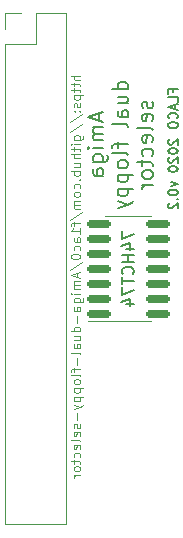
<source format=gbo>
G04 #@! TF.GenerationSoftware,KiCad,Pcbnew,6.0.8-f2edbf62ab~116~ubuntu22.04.1*
G04 #@! TF.CreationDate,2022-10-12T19:37:44+02:00*
G04 #@! TF.ProjectId,Amiga dual floppy selector,416d6967-6120-4647-9561-6c20666c6f70,0.2*
G04 #@! TF.SameCoordinates,Original*
G04 #@! TF.FileFunction,Legend,Bot*
G04 #@! TF.FilePolarity,Positive*
%FSLAX46Y46*%
G04 Gerber Fmt 4.6, Leading zero omitted, Abs format (unit mm)*
G04 Created by KiCad (PCBNEW 6.0.8-f2edbf62ab~116~ubuntu22.04.1) date 2022-10-12 19:37:44*
%MOMM*%
%LPD*%
G01*
G04 APERTURE LIST*
G04 Aperture macros list*
%AMRoundRect*
0 Rectangle with rounded corners*
0 $1 Rounding radius*
0 $2 $3 $4 $5 $6 $7 $8 $9 X,Y pos of 4 corners*
0 Add a 4 corners polygon primitive as box body*
4,1,4,$2,$3,$4,$5,$6,$7,$8,$9,$2,$3,0*
0 Add four circle primitives for the rounded corners*
1,1,$1+$1,$2,$3*
1,1,$1+$1,$4,$5*
1,1,$1+$1,$6,$7*
1,1,$1+$1,$8,$9*
0 Add four rect primitives between the rounded corners*
20,1,$1+$1,$2,$3,$4,$5,0*
20,1,$1+$1,$4,$5,$6,$7,0*
20,1,$1+$1,$6,$7,$8,$9,0*
20,1,$1+$1,$8,$9,$2,$3,0*%
G04 Aperture macros list end*
%ADD10C,0.150000*%
%ADD11C,0.120000*%
%ADD12C,0.010000*%
%ADD13R,1.700000X1.700000*%
%ADD14O,1.700000X1.700000*%
%ADD15R,1.900000X1.900000*%
%ADD16C,1.900000*%
%ADD17RoundRect,0.150000X-0.825000X-0.150000X0.825000X-0.150000X0.825000X0.150000X-0.825000X0.150000X0*%
G04 APERTURE END LIST*
D10*
X126942857Y-73978095D02*
X126942857Y-73711428D01*
X127361904Y-73711428D02*
X126561904Y-73711428D01*
X126561904Y-74092380D01*
X127361904Y-74778095D02*
X127361904Y-74397142D01*
X126561904Y-74397142D01*
X127133333Y-75006666D02*
X127133333Y-75387619D01*
X127361904Y-74930476D02*
X126561904Y-75197142D01*
X127361904Y-75463809D01*
X127285714Y-76187619D02*
X127323809Y-76149523D01*
X127361904Y-76035238D01*
X127361904Y-75959047D01*
X127323809Y-75844761D01*
X127247619Y-75768571D01*
X127171428Y-75730476D01*
X127019047Y-75692380D01*
X126904761Y-75692380D01*
X126752380Y-75730476D01*
X126676190Y-75768571D01*
X126600000Y-75844761D01*
X126561904Y-75959047D01*
X126561904Y-76035238D01*
X126600000Y-76149523D01*
X126638095Y-76187619D01*
X126561904Y-76682857D02*
X126561904Y-76835238D01*
X126600000Y-76911428D01*
X126676190Y-76987619D01*
X126828571Y-77025714D01*
X127095238Y-77025714D01*
X127247619Y-76987619D01*
X127323809Y-76911428D01*
X127361904Y-76835238D01*
X127361904Y-76682857D01*
X127323809Y-76606666D01*
X127247619Y-76530476D01*
X127095238Y-76492380D01*
X126828571Y-76492380D01*
X126676190Y-76530476D01*
X126600000Y-76606666D01*
X126561904Y-76682857D01*
X126638095Y-77939999D02*
X126600000Y-77978095D01*
X126561904Y-78054285D01*
X126561904Y-78244761D01*
X126600000Y-78320952D01*
X126638095Y-78359047D01*
X126714285Y-78397142D01*
X126790476Y-78397142D01*
X126904761Y-78359047D01*
X127361904Y-77901904D01*
X127361904Y-78397142D01*
X126561904Y-78892380D02*
X126561904Y-78968571D01*
X126600000Y-79044761D01*
X126638095Y-79082857D01*
X126714285Y-79120952D01*
X126866666Y-79159047D01*
X127057142Y-79159047D01*
X127209523Y-79120952D01*
X127285714Y-79082857D01*
X127323809Y-79044761D01*
X127361904Y-78968571D01*
X127361904Y-78892380D01*
X127323809Y-78816190D01*
X127285714Y-78778095D01*
X127209523Y-78739999D01*
X127057142Y-78701904D01*
X126866666Y-78701904D01*
X126714285Y-78739999D01*
X126638095Y-78778095D01*
X126600000Y-78816190D01*
X126561904Y-78892380D01*
X126638095Y-79463809D02*
X126600000Y-79501904D01*
X126561904Y-79578095D01*
X126561904Y-79768571D01*
X126600000Y-79844761D01*
X126638095Y-79882857D01*
X126714285Y-79920952D01*
X126790476Y-79920952D01*
X126904761Y-79882857D01*
X127361904Y-79425714D01*
X127361904Y-79920952D01*
X126561904Y-80416190D02*
X126561904Y-80492380D01*
X126600000Y-80568571D01*
X126638095Y-80606666D01*
X126714285Y-80644761D01*
X126866666Y-80682857D01*
X127057142Y-80682857D01*
X127209523Y-80644761D01*
X127285714Y-80606666D01*
X127323809Y-80568571D01*
X127361904Y-80492380D01*
X127361904Y-80416190D01*
X127323809Y-80339999D01*
X127285714Y-80301904D01*
X127209523Y-80263809D01*
X127057142Y-80225714D01*
X126866666Y-80225714D01*
X126714285Y-80263809D01*
X126638095Y-80301904D01*
X126600000Y-80339999D01*
X126561904Y-80416190D01*
X126828571Y-81559047D02*
X127361904Y-81749523D01*
X126828571Y-81939999D01*
X126561904Y-82397142D02*
X126561904Y-82473333D01*
X126600000Y-82549523D01*
X126638095Y-82587619D01*
X126714285Y-82625714D01*
X126866666Y-82663809D01*
X127057142Y-82663809D01*
X127209523Y-82625714D01*
X127285714Y-82587619D01*
X127323809Y-82549523D01*
X127361904Y-82473333D01*
X127361904Y-82397142D01*
X127323809Y-82320952D01*
X127285714Y-82282857D01*
X127209523Y-82244761D01*
X127057142Y-82206666D01*
X126866666Y-82206666D01*
X126714285Y-82244761D01*
X126638095Y-82282857D01*
X126600000Y-82320952D01*
X126561904Y-82397142D01*
X127285714Y-83006666D02*
X127323809Y-83044761D01*
X127361904Y-83006666D01*
X127323809Y-82968571D01*
X127285714Y-83006666D01*
X127361904Y-83006666D01*
X126638095Y-83349523D02*
X126600000Y-83387619D01*
X126561904Y-83463809D01*
X126561904Y-83654285D01*
X126600000Y-83730476D01*
X126638095Y-83768571D01*
X126714285Y-83806666D01*
X126790476Y-83806666D01*
X126904761Y-83768571D01*
X127361904Y-83311428D01*
X127361904Y-83806666D01*
X122642380Y-85733333D02*
X122642380Y-86400000D01*
X123642380Y-85971428D01*
X122975714Y-87209523D02*
X123642380Y-87209523D01*
X122594761Y-86971428D02*
X123309047Y-86733333D01*
X123309047Y-87352380D01*
X123642380Y-87733333D02*
X122642380Y-87733333D01*
X123118571Y-87733333D02*
X123118571Y-88304761D01*
X123642380Y-88304761D02*
X122642380Y-88304761D01*
X123547142Y-89352380D02*
X123594761Y-89304761D01*
X123642380Y-89161904D01*
X123642380Y-89066666D01*
X123594761Y-88923809D01*
X123499523Y-88828571D01*
X123404285Y-88780952D01*
X123213809Y-88733333D01*
X123070952Y-88733333D01*
X122880476Y-88780952D01*
X122785238Y-88828571D01*
X122690000Y-88923809D01*
X122642380Y-89066666D01*
X122642380Y-89161904D01*
X122690000Y-89304761D01*
X122737619Y-89352380D01*
X122642380Y-89638095D02*
X122642380Y-90209523D01*
X123642380Y-89923809D02*
X122642380Y-89923809D01*
X122642380Y-90447619D02*
X122642380Y-91114285D01*
X123642380Y-90685714D01*
X122975714Y-91923809D02*
X123642380Y-91923809D01*
X122594761Y-91685714D02*
X123309047Y-91447619D01*
X123309047Y-92066666D01*
D11*
X119106904Y-72563571D02*
X118306904Y-72563571D01*
X119106904Y-72906428D02*
X118687857Y-72906428D01*
X118611666Y-72868333D01*
X118573571Y-72792142D01*
X118573571Y-72677857D01*
X118611666Y-72601666D01*
X118649761Y-72563571D01*
X118573571Y-73173095D02*
X118573571Y-73477857D01*
X118306904Y-73287380D02*
X118992619Y-73287380D01*
X119068809Y-73325476D01*
X119106904Y-73401666D01*
X119106904Y-73477857D01*
X118573571Y-73630238D02*
X118573571Y-73935000D01*
X118306904Y-73744523D02*
X118992619Y-73744523D01*
X119068809Y-73782619D01*
X119106904Y-73858809D01*
X119106904Y-73935000D01*
X118573571Y-74201666D02*
X119373571Y-74201666D01*
X118611666Y-74201666D02*
X118573571Y-74277857D01*
X118573571Y-74430238D01*
X118611666Y-74506428D01*
X118649761Y-74544523D01*
X118725952Y-74582619D01*
X118954523Y-74582619D01*
X119030714Y-74544523D01*
X119068809Y-74506428D01*
X119106904Y-74430238D01*
X119106904Y-74277857D01*
X119068809Y-74201666D01*
X119068809Y-74887380D02*
X119106904Y-74963571D01*
X119106904Y-75115952D01*
X119068809Y-75192142D01*
X118992619Y-75230238D01*
X118954523Y-75230238D01*
X118878333Y-75192142D01*
X118840238Y-75115952D01*
X118840238Y-75001666D01*
X118802142Y-74925476D01*
X118725952Y-74887380D01*
X118687857Y-74887380D01*
X118611666Y-74925476D01*
X118573571Y-75001666D01*
X118573571Y-75115952D01*
X118611666Y-75192142D01*
X119030714Y-75573095D02*
X119068809Y-75611190D01*
X119106904Y-75573095D01*
X119068809Y-75535000D01*
X119030714Y-75573095D01*
X119106904Y-75573095D01*
X118611666Y-75573095D02*
X118649761Y-75611190D01*
X118687857Y-75573095D01*
X118649761Y-75535000D01*
X118611666Y-75573095D01*
X118687857Y-75573095D01*
X118268809Y-76525476D02*
X119297380Y-75839761D01*
X118268809Y-77363571D02*
X119297380Y-76677857D01*
X118573571Y-77973095D02*
X119221190Y-77973095D01*
X119297380Y-77935000D01*
X119335476Y-77896904D01*
X119373571Y-77820714D01*
X119373571Y-77706428D01*
X119335476Y-77630238D01*
X119068809Y-77973095D02*
X119106904Y-77896904D01*
X119106904Y-77744523D01*
X119068809Y-77668333D01*
X119030714Y-77630238D01*
X118954523Y-77592142D01*
X118725952Y-77592142D01*
X118649761Y-77630238D01*
X118611666Y-77668333D01*
X118573571Y-77744523D01*
X118573571Y-77896904D01*
X118611666Y-77973095D01*
X119106904Y-78354047D02*
X118573571Y-78354047D01*
X118306904Y-78354047D02*
X118345000Y-78315952D01*
X118383095Y-78354047D01*
X118345000Y-78392142D01*
X118306904Y-78354047D01*
X118383095Y-78354047D01*
X118573571Y-78620714D02*
X118573571Y-78925476D01*
X118306904Y-78735000D02*
X118992619Y-78735000D01*
X119068809Y-78773095D01*
X119106904Y-78849285D01*
X119106904Y-78925476D01*
X119106904Y-79192142D02*
X118306904Y-79192142D01*
X119106904Y-79535000D02*
X118687857Y-79535000D01*
X118611666Y-79496904D01*
X118573571Y-79420714D01*
X118573571Y-79306428D01*
X118611666Y-79230238D01*
X118649761Y-79192142D01*
X118573571Y-80258809D02*
X119106904Y-80258809D01*
X118573571Y-79915952D02*
X118992619Y-79915952D01*
X119068809Y-79954047D01*
X119106904Y-80030238D01*
X119106904Y-80144523D01*
X119068809Y-80220714D01*
X119030714Y-80258809D01*
X119106904Y-80639761D02*
X118306904Y-80639761D01*
X118611666Y-80639761D02*
X118573571Y-80715952D01*
X118573571Y-80868333D01*
X118611666Y-80944523D01*
X118649761Y-80982619D01*
X118725952Y-81020714D01*
X118954523Y-81020714D01*
X119030714Y-80982619D01*
X119068809Y-80944523D01*
X119106904Y-80868333D01*
X119106904Y-80715952D01*
X119068809Y-80639761D01*
X119030714Y-81363571D02*
X119068809Y-81401666D01*
X119106904Y-81363571D01*
X119068809Y-81325476D01*
X119030714Y-81363571D01*
X119106904Y-81363571D01*
X119068809Y-82087380D02*
X119106904Y-82011190D01*
X119106904Y-81858809D01*
X119068809Y-81782619D01*
X119030714Y-81744523D01*
X118954523Y-81706428D01*
X118725952Y-81706428D01*
X118649761Y-81744523D01*
X118611666Y-81782619D01*
X118573571Y-81858809D01*
X118573571Y-82011190D01*
X118611666Y-82087380D01*
X119106904Y-82544523D02*
X119068809Y-82468333D01*
X119030714Y-82430238D01*
X118954523Y-82392142D01*
X118725952Y-82392142D01*
X118649761Y-82430238D01*
X118611666Y-82468333D01*
X118573571Y-82544523D01*
X118573571Y-82658809D01*
X118611666Y-82735000D01*
X118649761Y-82773095D01*
X118725952Y-82811190D01*
X118954523Y-82811190D01*
X119030714Y-82773095D01*
X119068809Y-82735000D01*
X119106904Y-82658809D01*
X119106904Y-82544523D01*
X119106904Y-83154047D02*
X118573571Y-83154047D01*
X118649761Y-83154047D02*
X118611666Y-83192142D01*
X118573571Y-83268333D01*
X118573571Y-83382619D01*
X118611666Y-83458809D01*
X118687857Y-83496904D01*
X119106904Y-83496904D01*
X118687857Y-83496904D02*
X118611666Y-83535000D01*
X118573571Y-83611190D01*
X118573571Y-83725476D01*
X118611666Y-83801666D01*
X118687857Y-83839761D01*
X119106904Y-83839761D01*
X118268809Y-84792142D02*
X119297380Y-84106428D01*
X118573571Y-84944523D02*
X118573571Y-85249285D01*
X119106904Y-85058809D02*
X118421190Y-85058809D01*
X118345000Y-85096904D01*
X118306904Y-85173095D01*
X118306904Y-85249285D01*
X119106904Y-85935000D02*
X119106904Y-85477857D01*
X119106904Y-85706428D02*
X118306904Y-85706428D01*
X118421190Y-85630238D01*
X118497380Y-85554047D01*
X118535476Y-85477857D01*
X119106904Y-86620714D02*
X118687857Y-86620714D01*
X118611666Y-86582619D01*
X118573571Y-86506428D01*
X118573571Y-86354047D01*
X118611666Y-86277857D01*
X119068809Y-86620714D02*
X119106904Y-86544523D01*
X119106904Y-86354047D01*
X119068809Y-86277857D01*
X118992619Y-86239761D01*
X118916428Y-86239761D01*
X118840238Y-86277857D01*
X118802142Y-86354047D01*
X118802142Y-86544523D01*
X118764047Y-86620714D01*
X119068809Y-87344523D02*
X119106904Y-87268333D01*
X119106904Y-87115952D01*
X119068809Y-87039761D01*
X119030714Y-87001666D01*
X118954523Y-86963571D01*
X118725952Y-86963571D01*
X118649761Y-87001666D01*
X118611666Y-87039761D01*
X118573571Y-87115952D01*
X118573571Y-87268333D01*
X118611666Y-87344523D01*
X118306904Y-87839761D02*
X118306904Y-87915952D01*
X118345000Y-87992142D01*
X118383095Y-88030238D01*
X118459285Y-88068333D01*
X118611666Y-88106428D01*
X118802142Y-88106428D01*
X118954523Y-88068333D01*
X119030714Y-88030238D01*
X119068809Y-87992142D01*
X119106904Y-87915952D01*
X119106904Y-87839761D01*
X119068809Y-87763571D01*
X119030714Y-87725476D01*
X118954523Y-87687380D01*
X118802142Y-87649285D01*
X118611666Y-87649285D01*
X118459285Y-87687380D01*
X118383095Y-87725476D01*
X118345000Y-87763571D01*
X118306904Y-87839761D01*
X118268809Y-89020714D02*
X119297380Y-88335000D01*
X118878333Y-89249285D02*
X118878333Y-89630238D01*
X119106904Y-89173095D02*
X118306904Y-89439761D01*
X119106904Y-89706428D01*
X119106904Y-89973095D02*
X118573571Y-89973095D01*
X118649761Y-89973095D02*
X118611666Y-90011190D01*
X118573571Y-90087380D01*
X118573571Y-90201666D01*
X118611666Y-90277857D01*
X118687857Y-90315952D01*
X119106904Y-90315952D01*
X118687857Y-90315952D02*
X118611666Y-90354047D01*
X118573571Y-90430238D01*
X118573571Y-90544523D01*
X118611666Y-90620714D01*
X118687857Y-90658809D01*
X119106904Y-90658809D01*
X119106904Y-91039761D02*
X118573571Y-91039761D01*
X118306904Y-91039761D02*
X118345000Y-91001666D01*
X118383095Y-91039761D01*
X118345000Y-91077857D01*
X118306904Y-91039761D01*
X118383095Y-91039761D01*
X118573571Y-91763571D02*
X119221190Y-91763571D01*
X119297380Y-91725476D01*
X119335476Y-91687380D01*
X119373571Y-91611190D01*
X119373571Y-91496904D01*
X119335476Y-91420714D01*
X119068809Y-91763571D02*
X119106904Y-91687380D01*
X119106904Y-91535000D01*
X119068809Y-91458809D01*
X119030714Y-91420714D01*
X118954523Y-91382619D01*
X118725952Y-91382619D01*
X118649761Y-91420714D01*
X118611666Y-91458809D01*
X118573571Y-91535000D01*
X118573571Y-91687380D01*
X118611666Y-91763571D01*
X119106904Y-92487380D02*
X118687857Y-92487380D01*
X118611666Y-92449285D01*
X118573571Y-92373095D01*
X118573571Y-92220714D01*
X118611666Y-92144523D01*
X119068809Y-92487380D02*
X119106904Y-92411190D01*
X119106904Y-92220714D01*
X119068809Y-92144523D01*
X118992619Y-92106428D01*
X118916428Y-92106428D01*
X118840238Y-92144523D01*
X118802142Y-92220714D01*
X118802142Y-92411190D01*
X118764047Y-92487380D01*
X118802142Y-92868333D02*
X118802142Y-93477857D01*
X119106904Y-94201666D02*
X118306904Y-94201666D01*
X119068809Y-94201666D02*
X119106904Y-94125476D01*
X119106904Y-93973095D01*
X119068809Y-93896904D01*
X119030714Y-93858809D01*
X118954523Y-93820714D01*
X118725952Y-93820714D01*
X118649761Y-93858809D01*
X118611666Y-93896904D01*
X118573571Y-93973095D01*
X118573571Y-94125476D01*
X118611666Y-94201666D01*
X118573571Y-94925476D02*
X119106904Y-94925476D01*
X118573571Y-94582619D02*
X118992619Y-94582619D01*
X119068809Y-94620714D01*
X119106904Y-94696904D01*
X119106904Y-94811190D01*
X119068809Y-94887380D01*
X119030714Y-94925476D01*
X119106904Y-95649285D02*
X118687857Y-95649285D01*
X118611666Y-95611190D01*
X118573571Y-95535000D01*
X118573571Y-95382619D01*
X118611666Y-95306428D01*
X119068809Y-95649285D02*
X119106904Y-95573095D01*
X119106904Y-95382619D01*
X119068809Y-95306428D01*
X118992619Y-95268333D01*
X118916428Y-95268333D01*
X118840238Y-95306428D01*
X118802142Y-95382619D01*
X118802142Y-95573095D01*
X118764047Y-95649285D01*
X119106904Y-96144523D02*
X119068809Y-96068333D01*
X118992619Y-96030238D01*
X118306904Y-96030238D01*
X118802142Y-96449285D02*
X118802142Y-97058809D01*
X118573571Y-97325476D02*
X118573571Y-97630238D01*
X119106904Y-97439761D02*
X118421190Y-97439761D01*
X118345000Y-97477857D01*
X118306904Y-97554047D01*
X118306904Y-97630238D01*
X119106904Y-98011190D02*
X119068809Y-97935000D01*
X118992619Y-97896904D01*
X118306904Y-97896904D01*
X119106904Y-98430238D02*
X119068809Y-98354047D01*
X119030714Y-98315952D01*
X118954523Y-98277857D01*
X118725952Y-98277857D01*
X118649761Y-98315952D01*
X118611666Y-98354047D01*
X118573571Y-98430238D01*
X118573571Y-98544523D01*
X118611666Y-98620714D01*
X118649761Y-98658809D01*
X118725952Y-98696904D01*
X118954523Y-98696904D01*
X119030714Y-98658809D01*
X119068809Y-98620714D01*
X119106904Y-98544523D01*
X119106904Y-98430238D01*
X118573571Y-99039761D02*
X119373571Y-99039761D01*
X118611666Y-99039761D02*
X118573571Y-99115952D01*
X118573571Y-99268333D01*
X118611666Y-99344523D01*
X118649761Y-99382619D01*
X118725952Y-99420714D01*
X118954523Y-99420714D01*
X119030714Y-99382619D01*
X119068809Y-99344523D01*
X119106904Y-99268333D01*
X119106904Y-99115952D01*
X119068809Y-99039761D01*
X118573571Y-99763571D02*
X119373571Y-99763571D01*
X118611666Y-99763571D02*
X118573571Y-99839761D01*
X118573571Y-99992142D01*
X118611666Y-100068333D01*
X118649761Y-100106428D01*
X118725952Y-100144523D01*
X118954523Y-100144523D01*
X119030714Y-100106428D01*
X119068809Y-100068333D01*
X119106904Y-99992142D01*
X119106904Y-99839761D01*
X119068809Y-99763571D01*
X118573571Y-100411190D02*
X119106904Y-100601666D01*
X118573571Y-100792142D02*
X119106904Y-100601666D01*
X119297380Y-100525476D01*
X119335476Y-100487380D01*
X119373571Y-100411190D01*
X118802142Y-101096904D02*
X118802142Y-101706428D01*
X119068809Y-102049285D02*
X119106904Y-102125476D01*
X119106904Y-102277857D01*
X119068809Y-102354047D01*
X118992619Y-102392142D01*
X118954523Y-102392142D01*
X118878333Y-102354047D01*
X118840238Y-102277857D01*
X118840238Y-102163571D01*
X118802142Y-102087380D01*
X118725952Y-102049285D01*
X118687857Y-102049285D01*
X118611666Y-102087380D01*
X118573571Y-102163571D01*
X118573571Y-102277857D01*
X118611666Y-102354047D01*
X119068809Y-103039761D02*
X119106904Y-102963571D01*
X119106904Y-102811190D01*
X119068809Y-102735000D01*
X118992619Y-102696904D01*
X118687857Y-102696904D01*
X118611666Y-102735000D01*
X118573571Y-102811190D01*
X118573571Y-102963571D01*
X118611666Y-103039761D01*
X118687857Y-103077857D01*
X118764047Y-103077857D01*
X118840238Y-102696904D01*
X119106904Y-103535000D02*
X119068809Y-103458809D01*
X118992619Y-103420714D01*
X118306904Y-103420714D01*
X119068809Y-104144523D02*
X119106904Y-104068333D01*
X119106904Y-103915952D01*
X119068809Y-103839761D01*
X118992619Y-103801666D01*
X118687857Y-103801666D01*
X118611666Y-103839761D01*
X118573571Y-103915952D01*
X118573571Y-104068333D01*
X118611666Y-104144523D01*
X118687857Y-104182619D01*
X118764047Y-104182619D01*
X118840238Y-103801666D01*
X119068809Y-104868333D02*
X119106904Y-104792142D01*
X119106904Y-104639761D01*
X119068809Y-104563571D01*
X119030714Y-104525476D01*
X118954523Y-104487380D01*
X118725952Y-104487380D01*
X118649761Y-104525476D01*
X118611666Y-104563571D01*
X118573571Y-104639761D01*
X118573571Y-104792142D01*
X118611666Y-104868333D01*
X118573571Y-105096904D02*
X118573571Y-105401666D01*
X118306904Y-105211190D02*
X118992619Y-105211190D01*
X119068809Y-105249285D01*
X119106904Y-105325476D01*
X119106904Y-105401666D01*
X119106904Y-105782619D02*
X119068809Y-105706428D01*
X119030714Y-105668333D01*
X118954523Y-105630238D01*
X118725952Y-105630238D01*
X118649761Y-105668333D01*
X118611666Y-105706428D01*
X118573571Y-105782619D01*
X118573571Y-105896904D01*
X118611666Y-105973095D01*
X118649761Y-106011190D01*
X118725952Y-106049285D01*
X118954523Y-106049285D01*
X119030714Y-106011190D01*
X119068809Y-105973095D01*
X119106904Y-105896904D01*
X119106904Y-105782619D01*
X119106904Y-106392142D02*
X118573571Y-106392142D01*
X118725952Y-106392142D02*
X118649761Y-106430238D01*
X118611666Y-106468333D01*
X118573571Y-106544523D01*
X118573571Y-106620714D01*
D10*
X120678666Y-75760595D02*
X120678666Y-76379642D01*
X121050095Y-75636785D02*
X119750095Y-76070119D01*
X121050095Y-76503452D01*
X121050095Y-76936785D02*
X120183428Y-76936785D01*
X120307238Y-76936785D02*
X120245333Y-76998690D01*
X120183428Y-77122500D01*
X120183428Y-77308214D01*
X120245333Y-77432023D01*
X120369142Y-77493928D01*
X121050095Y-77493928D01*
X120369142Y-77493928D02*
X120245333Y-77555833D01*
X120183428Y-77679642D01*
X120183428Y-77865357D01*
X120245333Y-77989166D01*
X120369142Y-78051071D01*
X121050095Y-78051071D01*
X121050095Y-78670119D02*
X120183428Y-78670119D01*
X119750095Y-78670119D02*
X119812000Y-78608214D01*
X119873904Y-78670119D01*
X119812000Y-78732023D01*
X119750095Y-78670119D01*
X119873904Y-78670119D01*
X120183428Y-79846309D02*
X121235809Y-79846309D01*
X121359619Y-79784404D01*
X121421523Y-79722500D01*
X121483428Y-79598690D01*
X121483428Y-79412976D01*
X121421523Y-79289166D01*
X120988190Y-79846309D02*
X121050095Y-79722500D01*
X121050095Y-79474880D01*
X120988190Y-79351071D01*
X120926285Y-79289166D01*
X120802476Y-79227261D01*
X120431047Y-79227261D01*
X120307238Y-79289166D01*
X120245333Y-79351071D01*
X120183428Y-79474880D01*
X120183428Y-79722500D01*
X120245333Y-79846309D01*
X121050095Y-81022500D02*
X120369142Y-81022500D01*
X120245333Y-80960595D01*
X120183428Y-80836785D01*
X120183428Y-80589166D01*
X120245333Y-80465357D01*
X120988190Y-81022500D02*
X121050095Y-80898690D01*
X121050095Y-80589166D01*
X120988190Y-80465357D01*
X120864380Y-80403452D01*
X120740571Y-80403452D01*
X120616761Y-80465357D01*
X120554857Y-80589166D01*
X120554857Y-80898690D01*
X120492952Y-81022500D01*
X123143095Y-73717738D02*
X121843095Y-73717738D01*
X123081190Y-73717738D02*
X123143095Y-73593928D01*
X123143095Y-73346309D01*
X123081190Y-73222500D01*
X123019285Y-73160595D01*
X122895476Y-73098690D01*
X122524047Y-73098690D01*
X122400238Y-73160595D01*
X122338333Y-73222500D01*
X122276428Y-73346309D01*
X122276428Y-73593928D01*
X122338333Y-73717738D01*
X122276428Y-74893928D02*
X123143095Y-74893928D01*
X122276428Y-74336785D02*
X122957380Y-74336785D01*
X123081190Y-74398690D01*
X123143095Y-74522500D01*
X123143095Y-74708214D01*
X123081190Y-74832023D01*
X123019285Y-74893928D01*
X123143095Y-76070119D02*
X122462142Y-76070119D01*
X122338333Y-76008214D01*
X122276428Y-75884404D01*
X122276428Y-75636785D01*
X122338333Y-75512976D01*
X123081190Y-76070119D02*
X123143095Y-75946309D01*
X123143095Y-75636785D01*
X123081190Y-75512976D01*
X122957380Y-75451071D01*
X122833571Y-75451071D01*
X122709761Y-75512976D01*
X122647857Y-75636785D01*
X122647857Y-75946309D01*
X122585952Y-76070119D01*
X123143095Y-76874880D02*
X123081190Y-76751071D01*
X122957380Y-76689166D01*
X121843095Y-76689166D01*
X122276428Y-78174880D02*
X122276428Y-78670119D01*
X123143095Y-78360595D02*
X122028809Y-78360595D01*
X121905000Y-78422499D01*
X121843095Y-78546309D01*
X121843095Y-78670119D01*
X123143095Y-79289166D02*
X123081190Y-79165357D01*
X122957380Y-79103452D01*
X121843095Y-79103452D01*
X123143095Y-79970119D02*
X123081190Y-79846309D01*
X123019285Y-79784404D01*
X122895476Y-79722499D01*
X122524047Y-79722499D01*
X122400238Y-79784404D01*
X122338333Y-79846309D01*
X122276428Y-79970119D01*
X122276428Y-80155833D01*
X122338333Y-80279642D01*
X122400238Y-80341547D01*
X122524047Y-80403452D01*
X122895476Y-80403452D01*
X123019285Y-80341547D01*
X123081190Y-80279642D01*
X123143095Y-80155833D01*
X123143095Y-79970119D01*
X122276428Y-80960595D02*
X123576428Y-80960595D01*
X122338333Y-80960595D02*
X122276428Y-81084404D01*
X122276428Y-81332023D01*
X122338333Y-81455833D01*
X122400238Y-81517738D01*
X122524047Y-81579642D01*
X122895476Y-81579642D01*
X123019285Y-81517738D01*
X123081190Y-81455833D01*
X123143095Y-81332023D01*
X123143095Y-81084404D01*
X123081190Y-80960595D01*
X122276428Y-82136785D02*
X123576428Y-82136785D01*
X122338333Y-82136785D02*
X122276428Y-82260595D01*
X122276428Y-82508214D01*
X122338333Y-82632023D01*
X122400238Y-82693928D01*
X122524047Y-82755833D01*
X122895476Y-82755833D01*
X123019285Y-82693928D01*
X123081190Y-82632023D01*
X123143095Y-82508214D01*
X123143095Y-82260595D01*
X123081190Y-82136785D01*
X122276428Y-83189166D02*
X123143095Y-83498690D01*
X122276428Y-83808214D02*
X123143095Y-83498690D01*
X123452619Y-83374880D01*
X123514523Y-83312976D01*
X123576428Y-83189166D01*
X125174190Y-74770119D02*
X125236095Y-74893928D01*
X125236095Y-75141547D01*
X125174190Y-75265357D01*
X125050380Y-75327261D01*
X124988476Y-75327261D01*
X124864666Y-75265357D01*
X124802761Y-75141547D01*
X124802761Y-74955833D01*
X124740857Y-74832023D01*
X124617047Y-74770119D01*
X124555142Y-74770119D01*
X124431333Y-74832023D01*
X124369428Y-74955833D01*
X124369428Y-75141547D01*
X124431333Y-75265357D01*
X125174190Y-76379642D02*
X125236095Y-76255833D01*
X125236095Y-76008214D01*
X125174190Y-75884404D01*
X125050380Y-75822500D01*
X124555142Y-75822500D01*
X124431333Y-75884404D01*
X124369428Y-76008214D01*
X124369428Y-76255833D01*
X124431333Y-76379642D01*
X124555142Y-76441547D01*
X124678952Y-76441547D01*
X124802761Y-75822500D01*
X125236095Y-77184404D02*
X125174190Y-77060595D01*
X125050380Y-76998690D01*
X123936095Y-76998690D01*
X125174190Y-78174880D02*
X125236095Y-78051071D01*
X125236095Y-77803452D01*
X125174190Y-77679642D01*
X125050380Y-77617738D01*
X124555142Y-77617738D01*
X124431333Y-77679642D01*
X124369428Y-77803452D01*
X124369428Y-78051071D01*
X124431333Y-78174880D01*
X124555142Y-78236785D01*
X124678952Y-78236785D01*
X124802761Y-77617738D01*
X125174190Y-79351071D02*
X125236095Y-79227261D01*
X125236095Y-78979642D01*
X125174190Y-78855833D01*
X125112285Y-78793928D01*
X124988476Y-78732023D01*
X124617047Y-78732023D01*
X124493238Y-78793928D01*
X124431333Y-78855833D01*
X124369428Y-78979642D01*
X124369428Y-79227261D01*
X124431333Y-79351071D01*
X124369428Y-79722500D02*
X124369428Y-80217738D01*
X123936095Y-79908214D02*
X125050380Y-79908214D01*
X125174190Y-79970119D01*
X125236095Y-80093928D01*
X125236095Y-80217738D01*
X125236095Y-80836785D02*
X125174190Y-80712976D01*
X125112285Y-80651071D01*
X124988476Y-80589166D01*
X124617047Y-80589166D01*
X124493238Y-80651071D01*
X124431333Y-80712976D01*
X124369428Y-80836785D01*
X124369428Y-81022500D01*
X124431333Y-81146309D01*
X124493238Y-81208214D01*
X124617047Y-81270119D01*
X124988476Y-81270119D01*
X125112285Y-81208214D01*
X125174190Y-81146309D01*
X125236095Y-81022500D01*
X125236095Y-80836785D01*
X125236095Y-81827261D02*
X124369428Y-81827261D01*
X124617047Y-81827261D02*
X124493238Y-81889166D01*
X124431333Y-81951071D01*
X124369428Y-82074880D01*
X124369428Y-82198690D01*
D11*
X115350225Y-69860000D02*
X112750225Y-69860000D01*
X117950225Y-67260000D02*
X117950225Y-110560000D01*
X112750225Y-69860000D02*
X112750225Y-110560000D01*
X112750225Y-67260000D02*
X112750225Y-68590000D01*
X115350225Y-67260000D02*
X115350225Y-69860000D01*
X114080225Y-67260000D02*
X112750225Y-67260000D01*
X117950225Y-110560000D02*
X112750225Y-110560000D01*
X117950225Y-67260000D02*
X115350225Y-67260000D01*
X123190000Y-93335000D02*
X119740000Y-93335000D01*
X123190000Y-84465000D02*
X121240000Y-84465000D01*
X123190000Y-93335000D02*
X125140000Y-93335000D01*
X123190000Y-84465000D02*
X125140000Y-84465000D01*
%LPC*%
G36*
X128714408Y-107657171D02*
G01*
X128744839Y-107711941D01*
X128752600Y-107844675D01*
X128746068Y-107970822D01*
X128715729Y-108035890D01*
X128647933Y-108051600D01*
X128586364Y-108041281D01*
X128556592Y-107987305D01*
X128559033Y-107861522D01*
X128560442Y-107846039D01*
X128594257Y-107708725D01*
X128663700Y-107654597D01*
X128714408Y-107657171D01*
G37*
D12*
X128714408Y-107657171D02*
X128744839Y-107711941D01*
X128752600Y-107844675D01*
X128746068Y-107970822D01*
X128715729Y-108035890D01*
X128647933Y-108051600D01*
X128586364Y-108041281D01*
X128556592Y-107987305D01*
X128559033Y-107861522D01*
X128560442Y-107846039D01*
X128594257Y-107708725D01*
X128663700Y-107654597D01*
X128714408Y-107657171D01*
G36*
X128877675Y-109122822D02*
G01*
X129012374Y-109082528D01*
X129072707Y-109067600D01*
X129095525Y-109096217D01*
X129108200Y-109189092D01*
X129083087Y-109284503D01*
X128981200Y-109342460D01*
X128927738Y-109360281D01*
X128868879Y-109421155D01*
X128854200Y-109545660D01*
X128857464Y-109618600D01*
X128891638Y-109706579D01*
X128981200Y-109748860D01*
X129078809Y-109801039D01*
X129108200Y-109912202D01*
X129107659Y-109939296D01*
X129086444Y-110013371D01*
X129022644Y-110010839D01*
X128994991Y-110001057D01*
X128875154Y-109962256D01*
X128697457Y-109907034D01*
X128489244Y-109843948D01*
X128454862Y-109833646D01*
X128256496Y-109772182D01*
X128134537Y-109725388D01*
X128070414Y-109681156D01*
X128045558Y-109627378D01*
X128041400Y-109551946D01*
X128041812Y-109520127D01*
X128342010Y-109520127D01*
X128356919Y-109564669D01*
X128471947Y-109612737D01*
X128500003Y-109621269D01*
X128602988Y-109645128D01*
X128643771Y-109623171D01*
X128651000Y-109544477D01*
X128647347Y-109484843D01*
X128611411Y-109441718D01*
X128511300Y-109454190D01*
X128427796Y-109476777D01*
X128342010Y-109520127D01*
X128041812Y-109520127D01*
X128041858Y-109516546D01*
X128052260Y-109454254D01*
X128089811Y-109405752D01*
X128171907Y-109359823D01*
X128315940Y-109305246D01*
X128539307Y-109230802D01*
X128611411Y-109207425D01*
X128690638Y-109181740D01*
X128877675Y-109122822D01*
G37*
X128877675Y-109122822D02*
X129012374Y-109082528D01*
X129072707Y-109067600D01*
X129095525Y-109096217D01*
X129108200Y-109189092D01*
X129083087Y-109284503D01*
X128981200Y-109342460D01*
X128927738Y-109360281D01*
X128868879Y-109421155D01*
X128854200Y-109545660D01*
X128857464Y-109618600D01*
X128891638Y-109706579D01*
X128981200Y-109748860D01*
X129078809Y-109801039D01*
X129108200Y-109912202D01*
X129107659Y-109939296D01*
X129086444Y-110013371D01*
X129022644Y-110010839D01*
X128994991Y-110001057D01*
X128875154Y-109962256D01*
X128697457Y-109907034D01*
X128489244Y-109843948D01*
X128454862Y-109833646D01*
X128256496Y-109772182D01*
X128134537Y-109725388D01*
X128070414Y-109681156D01*
X128045558Y-109627378D01*
X128041400Y-109551946D01*
X128041812Y-109520127D01*
X128342010Y-109520127D01*
X128356919Y-109564669D01*
X128471947Y-109612737D01*
X128500003Y-109621269D01*
X128602988Y-109645128D01*
X128643771Y-109623171D01*
X128651000Y-109544477D01*
X128647347Y-109484843D01*
X128611411Y-109441718D01*
X128511300Y-109454190D01*
X128427796Y-109476777D01*
X128342010Y-109520127D01*
X128041812Y-109520127D01*
X128041858Y-109516546D01*
X128052260Y-109454254D01*
X128089811Y-109405752D01*
X128171907Y-109359823D01*
X128315940Y-109305246D01*
X128539307Y-109230802D01*
X128611411Y-109207425D01*
X128690638Y-109181740D01*
X128877675Y-109122822D01*
G36*
X125689467Y-103399407D02*
G01*
X125978561Y-103352276D01*
X126152098Y-103349820D01*
X126285870Y-103347927D01*
X126574632Y-103386421D01*
X126808087Y-103467821D01*
X127063149Y-103629416D01*
X127352075Y-103898491D01*
X127562843Y-104211211D01*
X127684382Y-104553855D01*
X127712743Y-104812359D01*
X127677449Y-105172940D01*
X127565059Y-105521336D01*
X127385277Y-105837064D01*
X127147811Y-106099643D01*
X126862365Y-106288588D01*
X126830526Y-106303221D01*
X126485443Y-106411404D01*
X126120012Y-106446744D01*
X125764413Y-106409038D01*
X125448829Y-106298084D01*
X125406885Y-106275152D01*
X125155690Y-106091398D01*
X124924315Y-105851198D01*
X124748866Y-105591023D01*
X124693189Y-105461341D01*
X124623514Y-105162768D01*
X124607936Y-104890931D01*
X124892915Y-104890931D01*
X124894150Y-104978099D01*
X124930517Y-105261969D01*
X125027305Y-105501454D01*
X125198135Y-105734187D01*
X125223637Y-105762554D01*
X125475541Y-105975363D01*
X125764125Y-106099496D01*
X126105993Y-106142420D01*
X126264283Y-106138108D01*
X126390855Y-106121339D01*
X126444232Y-106095800D01*
X126435924Y-106047421D01*
X126391376Y-105922720D01*
X126317950Y-105746172D01*
X126225409Y-105538559D01*
X126123515Y-105320663D01*
X126022028Y-105113265D01*
X125930712Y-104937147D01*
X125859328Y-104813091D01*
X125817639Y-104761879D01*
X125781735Y-104759818D01*
X125729635Y-104814312D01*
X125713751Y-104923806D01*
X125741586Y-105058999D01*
X125759371Y-105111605D01*
X125761881Y-105207878D01*
X125694507Y-105292133D01*
X125633162Y-105343580D01*
X125580307Y-105351386D01*
X125522211Y-105285316D01*
X125479735Y-105209195D01*
X125450600Y-105095490D01*
X125425418Y-105029511D01*
X125323600Y-105003600D01*
X125226365Y-104981670D01*
X125196600Y-104902000D01*
X125224011Y-104824212D01*
X125323600Y-104800400D01*
X125406714Y-104785552D01*
X125450600Y-104721890D01*
X125451213Y-104713610D01*
X125492732Y-104621814D01*
X125579429Y-104514552D01*
X125708258Y-104385723D01*
X125578215Y-104101672D01*
X125448173Y-103817621D01*
X125265383Y-103991510D01*
X125255472Y-104001020D01*
X125049954Y-104256241D01*
X124931589Y-104546870D01*
X124892915Y-104890931D01*
X124607936Y-104890931D01*
X124604632Y-104833266D01*
X124637290Y-104510882D01*
X124722234Y-104233658D01*
X124765863Y-104149092D01*
X124957873Y-103886092D01*
X125164152Y-103692603D01*
X125783400Y-103692603D01*
X125809042Y-103786454D01*
X125867756Y-103947577D01*
X125952895Y-104158396D01*
X126057816Y-104401334D01*
X126142201Y-104588135D01*
X126252857Y-104818579D01*
X126337289Y-104970520D01*
X126401426Y-105054184D01*
X126451198Y-105079800D01*
X126456317Y-105079609D01*
X126523464Y-105031103D01*
X126559238Y-104920205D01*
X126558572Y-104780637D01*
X126516394Y-104646121D01*
X126509059Y-104631923D01*
X126488217Y-104534951D01*
X126546624Y-104440574D01*
X126617579Y-104371845D01*
X126679531Y-104355970D01*
X126734327Y-104419588D01*
X126799500Y-104571800D01*
X126821014Y-104624809D01*
X126899311Y-104757924D01*
X126981501Y-104800400D01*
X127039757Y-104816397D01*
X127076200Y-104902000D01*
X127061752Y-104963534D01*
X126984008Y-105003600D01*
X126978172Y-105003857D01*
X126890620Y-105055771D01*
X126807030Y-105181400D01*
X126790292Y-105215040D01*
X126727953Y-105318090D01*
X126683321Y-105359977D01*
X126661756Y-105363898D01*
X126579628Y-105401861D01*
X126570135Y-105409152D01*
X126552111Y-105462763D01*
X126577036Y-105565170D01*
X126648963Y-105735895D01*
X126783070Y-106028823D01*
X126984739Y-105833711D01*
X127052793Y-105762864D01*
X127189261Y-105594963D01*
X127289339Y-105439077D01*
X127377800Y-105215039D01*
X127422009Y-104889248D01*
X127376613Y-104566915D01*
X127246884Y-104264382D01*
X127038092Y-103997990D01*
X126755508Y-103784081D01*
X126696982Y-103751432D01*
X126532190Y-103677158D01*
X126367333Y-103641720D01*
X126152098Y-103632476D01*
X125979331Y-103638295D01*
X125845571Y-103654469D01*
X125784116Y-103677434D01*
X125783400Y-103692603D01*
X125164152Y-103692603D01*
X125210026Y-103649573D01*
X125448173Y-103497719D01*
X125491605Y-103470025D01*
X125689467Y-103399407D01*
G37*
X125689467Y-103399407D02*
X125978561Y-103352276D01*
X126152098Y-103349820D01*
X126285870Y-103347927D01*
X126574632Y-103386421D01*
X126808087Y-103467821D01*
X127063149Y-103629416D01*
X127352075Y-103898491D01*
X127562843Y-104211211D01*
X127684382Y-104553855D01*
X127712743Y-104812359D01*
X127677449Y-105172940D01*
X127565059Y-105521336D01*
X127385277Y-105837064D01*
X127147811Y-106099643D01*
X126862365Y-106288588D01*
X126830526Y-106303221D01*
X126485443Y-106411404D01*
X126120012Y-106446744D01*
X125764413Y-106409038D01*
X125448829Y-106298084D01*
X125406885Y-106275152D01*
X125155690Y-106091398D01*
X124924315Y-105851198D01*
X124748866Y-105591023D01*
X124693189Y-105461341D01*
X124623514Y-105162768D01*
X124607936Y-104890931D01*
X124892915Y-104890931D01*
X124894150Y-104978099D01*
X124930517Y-105261969D01*
X125027305Y-105501454D01*
X125198135Y-105734187D01*
X125223637Y-105762554D01*
X125475541Y-105975363D01*
X125764125Y-106099496D01*
X126105993Y-106142420D01*
X126264283Y-106138108D01*
X126390855Y-106121339D01*
X126444232Y-106095800D01*
X126435924Y-106047421D01*
X126391376Y-105922720D01*
X126317950Y-105746172D01*
X126225409Y-105538559D01*
X126123515Y-105320663D01*
X126022028Y-105113265D01*
X125930712Y-104937147D01*
X125859328Y-104813091D01*
X125817639Y-104761879D01*
X125781735Y-104759818D01*
X125729635Y-104814312D01*
X125713751Y-104923806D01*
X125741586Y-105058999D01*
X125759371Y-105111605D01*
X125761881Y-105207878D01*
X125694507Y-105292133D01*
X125633162Y-105343580D01*
X125580307Y-105351386D01*
X125522211Y-105285316D01*
X125479735Y-105209195D01*
X125450600Y-105095490D01*
X125425418Y-105029511D01*
X125323600Y-105003600D01*
X125226365Y-104981670D01*
X125196600Y-104902000D01*
X125224011Y-104824212D01*
X125323600Y-104800400D01*
X125406714Y-104785552D01*
X125450600Y-104721890D01*
X125451213Y-104713610D01*
X125492732Y-104621814D01*
X125579429Y-104514552D01*
X125708258Y-104385723D01*
X125578215Y-104101672D01*
X125448173Y-103817621D01*
X125265383Y-103991510D01*
X125255472Y-104001020D01*
X125049954Y-104256241D01*
X124931589Y-104546870D01*
X124892915Y-104890931D01*
X124607936Y-104890931D01*
X124604632Y-104833266D01*
X124637290Y-104510882D01*
X124722234Y-104233658D01*
X124765863Y-104149092D01*
X124957873Y-103886092D01*
X125164152Y-103692603D01*
X125783400Y-103692603D01*
X125809042Y-103786454D01*
X125867756Y-103947577D01*
X125952895Y-104158396D01*
X126057816Y-104401334D01*
X126142201Y-104588135D01*
X126252857Y-104818579D01*
X126337289Y-104970520D01*
X126401426Y-105054184D01*
X126451198Y-105079800D01*
X126456317Y-105079609D01*
X126523464Y-105031103D01*
X126559238Y-104920205D01*
X126558572Y-104780637D01*
X126516394Y-104646121D01*
X126509059Y-104631923D01*
X126488217Y-104534951D01*
X126546624Y-104440574D01*
X126617579Y-104371845D01*
X126679531Y-104355970D01*
X126734327Y-104419588D01*
X126799500Y-104571800D01*
X126821014Y-104624809D01*
X126899311Y-104757924D01*
X126981501Y-104800400D01*
X127039757Y-104816397D01*
X127076200Y-104902000D01*
X127061752Y-104963534D01*
X126984008Y-105003600D01*
X126978172Y-105003857D01*
X126890620Y-105055771D01*
X126807030Y-105181400D01*
X126790292Y-105215040D01*
X126727953Y-105318090D01*
X126683321Y-105359977D01*
X126661756Y-105363898D01*
X126579628Y-105401861D01*
X126570135Y-105409152D01*
X126552111Y-105462763D01*
X126577036Y-105565170D01*
X126648963Y-105735895D01*
X126783070Y-106028823D01*
X126984739Y-105833711D01*
X127052793Y-105762864D01*
X127189261Y-105594963D01*
X127289339Y-105439077D01*
X127377800Y-105215039D01*
X127422009Y-104889248D01*
X127376613Y-104566915D01*
X127246884Y-104264382D01*
X127038092Y-103997990D01*
X126755508Y-103784081D01*
X126696982Y-103751432D01*
X126532190Y-103677158D01*
X126367333Y-103641720D01*
X126152098Y-103632476D01*
X125979331Y-103638295D01*
X125845571Y-103654469D01*
X125784116Y-103677434D01*
X125783400Y-103692603D01*
X125164152Y-103692603D01*
X125210026Y-103649573D01*
X125448173Y-103497719D01*
X125491605Y-103470025D01*
X125689467Y-103399407D01*
G36*
X128119695Y-104210920D02*
G01*
X128239415Y-104265781D01*
X128397000Y-104343200D01*
X128468356Y-104377335D01*
X128705816Y-104464176D01*
X128903551Y-104495600D01*
X128923876Y-104495659D01*
X129045267Y-104504566D01*
X129097214Y-104540987D01*
X129108200Y-104622600D01*
X129100827Y-104694415D01*
X129053316Y-104739486D01*
X128935135Y-104749600D01*
X128801951Y-104770355D01*
X128617527Y-104825125D01*
X128422400Y-104902000D01*
X128399652Y-104912185D01*
X128235859Y-104984220D01*
X128115085Y-105035111D01*
X128062064Y-105054400D01*
X128049012Y-105027799D01*
X128041400Y-104936801D01*
X128058528Y-104862466D01*
X128131790Y-104792141D01*
X128282700Y-104717899D01*
X128524000Y-104616596D01*
X128295400Y-104539480D01*
X128159833Y-104485046D01*
X128080344Y-104419525D01*
X128050725Y-104326582D01*
X128047920Y-104234108D01*
X128064874Y-104190800D01*
X128119695Y-104210920D01*
G37*
X128119695Y-104210920D02*
X128239415Y-104265781D01*
X128397000Y-104343200D01*
X128468356Y-104377335D01*
X128705816Y-104464176D01*
X128903551Y-104495600D01*
X128923876Y-104495659D01*
X129045267Y-104504566D01*
X129097214Y-104540987D01*
X129108200Y-104622600D01*
X129100827Y-104694415D01*
X129053316Y-104739486D01*
X128935135Y-104749600D01*
X128801951Y-104770355D01*
X128617527Y-104825125D01*
X128422400Y-104902000D01*
X128399652Y-104912185D01*
X128235859Y-104984220D01*
X128115085Y-105035111D01*
X128062064Y-105054400D01*
X128049012Y-105027799D01*
X128041400Y-104936801D01*
X128058528Y-104862466D01*
X128131790Y-104792141D01*
X128282700Y-104717899D01*
X128524000Y-104616596D01*
X128295400Y-104539480D01*
X128159833Y-104485046D01*
X128080344Y-104419525D01*
X128050725Y-104326582D01*
X128047920Y-104234108D01*
X128064874Y-104190800D01*
X128119695Y-104210920D01*
G36*
X121922080Y-108268355D02*
G01*
X122024671Y-108308149D01*
X122061162Y-108350406D01*
X122097800Y-108458000D01*
X122069226Y-108556285D01*
X121965758Y-108635677D01*
X121808771Y-108652170D01*
X121723693Y-108634165D01*
X121676319Y-108579755D01*
X121666000Y-108458000D01*
X121672624Y-108351288D01*
X121711953Y-108287781D01*
X121808771Y-108263829D01*
X121922080Y-108268355D01*
G37*
X121922080Y-108268355D02*
X122024671Y-108308149D01*
X122061162Y-108350406D01*
X122097800Y-108458000D01*
X122069226Y-108556285D01*
X121965758Y-108635677D01*
X121808771Y-108652170D01*
X121723693Y-108634165D01*
X121676319Y-108579755D01*
X121666000Y-108458000D01*
X121672624Y-108351288D01*
X121711953Y-108287781D01*
X121808771Y-108263829D01*
X121922080Y-108268355D01*
G36*
X123148990Y-106967475D02*
G01*
X123486446Y-107133756D01*
X123780994Y-107376814D01*
X124019021Y-107686234D01*
X124186914Y-108051600D01*
X124213554Y-108193583D01*
X124218589Y-108424920D01*
X124196362Y-108682493D01*
X124150533Y-108927907D01*
X124084765Y-109122770D01*
X124007697Y-109260941D01*
X123808934Y-109517605D01*
X123567791Y-109741574D01*
X123317000Y-109899724D01*
X123149252Y-109958489D01*
X122856256Y-110006512D01*
X122538887Y-110010911D01*
X122235988Y-109971970D01*
X121986405Y-109889974D01*
X121708939Y-109718491D01*
X121431386Y-109448119D01*
X121231583Y-109125522D01*
X121115231Y-108763842D01*
X121096367Y-108494969D01*
X121389806Y-108494969D01*
X121411638Y-108749163D01*
X121465280Y-108954931D01*
X121520321Y-109063307D01*
X121687394Y-109287867D01*
X121899897Y-109489080D01*
X122123200Y-109631340D01*
X122138422Y-109638168D01*
X122380706Y-109704750D01*
X122666321Y-109726172D01*
X122950881Y-109702356D01*
X123190000Y-109633224D01*
X123329697Y-109551210D01*
X123537724Y-109373081D01*
X123721772Y-109156354D01*
X123849245Y-108935527D01*
X123898835Y-108742454D01*
X123918811Y-108492542D01*
X123907003Y-108234069D01*
X123862756Y-108011725D01*
X123861371Y-108007472D01*
X123760247Y-107812175D01*
X123595617Y-107607863D01*
X123396419Y-107425407D01*
X123191589Y-107295681D01*
X123053689Y-107243147D01*
X122740196Y-107189287D01*
X122416549Y-107206388D01*
X122124135Y-107294494D01*
X122012377Y-107356865D01*
X121787355Y-107535126D01*
X121591104Y-107754362D01*
X121457863Y-107979378D01*
X121442927Y-108019931D01*
X121400123Y-108237006D01*
X121389806Y-108494969D01*
X121096367Y-108494969D01*
X121088035Y-108376220D01*
X121155698Y-107975798D01*
X121199171Y-107845373D01*
X121274362Y-107694126D01*
X121387264Y-107543626D01*
X121558838Y-107361953D01*
X121735322Y-107201145D01*
X122016046Y-107017236D01*
X122315904Y-106914890D01*
X122659986Y-106883200D01*
X122740196Y-106886606D01*
X122782240Y-106888390D01*
X123148990Y-106967475D01*
G37*
X123148990Y-106967475D02*
X123486446Y-107133756D01*
X123780994Y-107376814D01*
X124019021Y-107686234D01*
X124186914Y-108051600D01*
X124213554Y-108193583D01*
X124218589Y-108424920D01*
X124196362Y-108682493D01*
X124150533Y-108927907D01*
X124084765Y-109122770D01*
X124007697Y-109260941D01*
X123808934Y-109517605D01*
X123567791Y-109741574D01*
X123317000Y-109899724D01*
X123149252Y-109958489D01*
X122856256Y-110006512D01*
X122538887Y-110010911D01*
X122235988Y-109971970D01*
X121986405Y-109889974D01*
X121708939Y-109718491D01*
X121431386Y-109448119D01*
X121231583Y-109125522D01*
X121115231Y-108763842D01*
X121096367Y-108494969D01*
X121389806Y-108494969D01*
X121411638Y-108749163D01*
X121465280Y-108954931D01*
X121520321Y-109063307D01*
X121687394Y-109287867D01*
X121899897Y-109489080D01*
X122123200Y-109631340D01*
X122138422Y-109638168D01*
X122380706Y-109704750D01*
X122666321Y-109726172D01*
X122950881Y-109702356D01*
X123190000Y-109633224D01*
X123329697Y-109551210D01*
X123537724Y-109373081D01*
X123721772Y-109156354D01*
X123849245Y-108935527D01*
X123898835Y-108742454D01*
X123918811Y-108492542D01*
X123907003Y-108234069D01*
X123862756Y-108011725D01*
X123861371Y-108007472D01*
X123760247Y-107812175D01*
X123595617Y-107607863D01*
X123396419Y-107425407D01*
X123191589Y-107295681D01*
X123053689Y-107243147D01*
X122740196Y-107189287D01*
X122416549Y-107206388D01*
X122124135Y-107294494D01*
X122012377Y-107356865D01*
X121787355Y-107535126D01*
X121591104Y-107754362D01*
X121457863Y-107979378D01*
X121442927Y-108019931D01*
X121400123Y-108237006D01*
X121389806Y-108494969D01*
X121096367Y-108494969D01*
X121088035Y-108376220D01*
X121155698Y-107975798D01*
X121199171Y-107845373D01*
X121274362Y-107694126D01*
X121387264Y-107543626D01*
X121558838Y-107361953D01*
X121735322Y-107201145D01*
X122016046Y-107017236D01*
X122315904Y-106914890D01*
X122659986Y-106883200D01*
X122740196Y-106886606D01*
X122782240Y-106888390D01*
X123148990Y-106967475D01*
G36*
X126688833Y-106985868D02*
G01*
X127018515Y-107150745D01*
X127300614Y-107387911D01*
X127521468Y-107689861D01*
X127667411Y-108049088D01*
X127707293Y-108215693D01*
X127728871Y-108404306D01*
X127713237Y-108594478D01*
X127659952Y-108832525D01*
X127632105Y-108928329D01*
X127466128Y-109288242D01*
X127223403Y-109584247D01*
X126910578Y-109809699D01*
X126534298Y-109957955D01*
X126471684Y-109973230D01*
X126095801Y-110010702D01*
X125740683Y-109959087D01*
X125416147Y-109828770D01*
X125132010Y-109630139D01*
X124898089Y-109373580D01*
X124724200Y-109069479D01*
X124620161Y-108728225D01*
X124600583Y-108432600D01*
X124893411Y-108432600D01*
X124895977Y-108520582D01*
X124961764Y-108862351D01*
X125106624Y-109160259D01*
X125317453Y-109404683D01*
X125581144Y-109586000D01*
X125884592Y-109694586D01*
X126214691Y-109720819D01*
X126558335Y-109655076D01*
X126620048Y-109632146D01*
X126891545Y-109475361D01*
X127129899Y-109251640D01*
X127303511Y-108989216D01*
X127360575Y-108834689D01*
X127409730Y-108558755D01*
X127410433Y-108275917D01*
X127359942Y-108032676D01*
X127291826Y-107879246D01*
X127091002Y-107594808D01*
X126827263Y-107377663D01*
X126516066Y-107238794D01*
X126172868Y-107189186D01*
X126038132Y-107192526D01*
X125767789Y-107236232D01*
X125533387Y-107342378D01*
X125295870Y-107525963D01*
X125261014Y-107558247D01*
X125051212Y-107812316D01*
X124931716Y-108096921D01*
X124893411Y-108432600D01*
X124600583Y-108432600D01*
X124595788Y-108360202D01*
X124660898Y-107975798D01*
X124704941Y-107843908D01*
X124780185Y-107693143D01*
X124893204Y-107542805D01*
X125064896Y-107361096D01*
X125204844Y-107226481D01*
X125360115Y-107100590D01*
X125507766Y-107017762D01*
X125679598Y-106957098D01*
X125941381Y-106903009D01*
X126172868Y-106901668D01*
X126325234Y-106900787D01*
X126688833Y-106985868D01*
G37*
X126688833Y-106985868D02*
X127018515Y-107150745D01*
X127300614Y-107387911D01*
X127521468Y-107689861D01*
X127667411Y-108049088D01*
X127707293Y-108215693D01*
X127728871Y-108404306D01*
X127713237Y-108594478D01*
X127659952Y-108832525D01*
X127632105Y-108928329D01*
X127466128Y-109288242D01*
X127223403Y-109584247D01*
X126910578Y-109809699D01*
X126534298Y-109957955D01*
X126471684Y-109973230D01*
X126095801Y-110010702D01*
X125740683Y-109959087D01*
X125416147Y-109828770D01*
X125132010Y-109630139D01*
X124898089Y-109373580D01*
X124724200Y-109069479D01*
X124620161Y-108728225D01*
X124600583Y-108432600D01*
X124893411Y-108432600D01*
X124895977Y-108520582D01*
X124961764Y-108862351D01*
X125106624Y-109160259D01*
X125317453Y-109404683D01*
X125581144Y-109586000D01*
X125884592Y-109694586D01*
X126214691Y-109720819D01*
X126558335Y-109655076D01*
X126620048Y-109632146D01*
X126891545Y-109475361D01*
X127129899Y-109251640D01*
X127303511Y-108989216D01*
X127360575Y-108834689D01*
X127409730Y-108558755D01*
X127410433Y-108275917D01*
X127359942Y-108032676D01*
X127291826Y-107879246D01*
X127091002Y-107594808D01*
X126827263Y-107377663D01*
X126516066Y-107238794D01*
X126172868Y-107189186D01*
X126038132Y-107192526D01*
X125767789Y-107236232D01*
X125533387Y-107342378D01*
X125295870Y-107525963D01*
X125261014Y-107558247D01*
X125051212Y-107812316D01*
X124931716Y-108096921D01*
X124893411Y-108432600D01*
X124600583Y-108432600D01*
X124595788Y-108360202D01*
X124660898Y-107975798D01*
X124704941Y-107843908D01*
X124780185Y-107693143D01*
X124893204Y-107542805D01*
X125064896Y-107361096D01*
X125204844Y-107226481D01*
X125360115Y-107100590D01*
X125507766Y-107017762D01*
X125679598Y-106957098D01*
X125941381Y-106903009D01*
X126172868Y-106901668D01*
X126325234Y-106900787D01*
X126688833Y-106985868D01*
G36*
X122785356Y-104021102D02*
G01*
X122959832Y-104093753D01*
X123086900Y-104233015D01*
X123138195Y-104344467D01*
X123162566Y-104433731D01*
X123162106Y-104453343D01*
X123133512Y-104573135D01*
X123075007Y-104703496D01*
X123005532Y-104808244D01*
X122944027Y-104851200D01*
X122906846Y-104841486D01*
X122848410Y-104782531D01*
X122825293Y-104706802D01*
X122856892Y-104657435D01*
X122879592Y-104641676D01*
X122907947Y-104557108D01*
X122897589Y-104445322D01*
X122849639Y-104353359D01*
X122785635Y-104314962D01*
X122640354Y-104293561D01*
X122482954Y-104323235D01*
X122466325Y-104331803D01*
X122412835Y-104415071D01*
X122408801Y-104531370D01*
X122458106Y-104632386D01*
X122486655Y-104694400D01*
X122451151Y-104804600D01*
X122388691Y-104921309D01*
X122293401Y-104803631D01*
X122209523Y-104674727D01*
X122162286Y-104474310D01*
X122214742Y-104266636D01*
X122260936Y-104191897D01*
X122407563Y-104071267D01*
X122591818Y-104013971D01*
X122785356Y-104021102D01*
G37*
X122785356Y-104021102D02*
X122959832Y-104093753D01*
X123086900Y-104233015D01*
X123138195Y-104344467D01*
X123162566Y-104433731D01*
X123162106Y-104453343D01*
X123133512Y-104573135D01*
X123075007Y-104703496D01*
X123005532Y-104808244D01*
X122944027Y-104851200D01*
X122906846Y-104841486D01*
X122848410Y-104782531D01*
X122825293Y-104706802D01*
X122856892Y-104657435D01*
X122879592Y-104641676D01*
X122907947Y-104557108D01*
X122897589Y-104445322D01*
X122849639Y-104353359D01*
X122785635Y-104314962D01*
X122640354Y-104293561D01*
X122482954Y-104323235D01*
X122466325Y-104331803D01*
X122412835Y-104415071D01*
X122408801Y-104531370D01*
X122458106Y-104632386D01*
X122486655Y-104694400D01*
X122451151Y-104804600D01*
X122388691Y-104921309D01*
X122293401Y-104803631D01*
X122209523Y-104674727D01*
X122162286Y-104474310D01*
X122214742Y-104266636D01*
X122260936Y-104191897D01*
X122407563Y-104071267D01*
X122591818Y-104013971D01*
X122785356Y-104021102D01*
G36*
X122905008Y-104972891D02*
G01*
X122995764Y-105041348D01*
X123095775Y-105161591D01*
X123097908Y-105165388D01*
X123141903Y-105339571D01*
X123110028Y-105528438D01*
X123009292Y-105689223D01*
X122962092Y-105733414D01*
X122903977Y-105759449D01*
X122858905Y-105714800D01*
X122842755Y-105687899D01*
X122812522Y-105594516D01*
X122859800Y-105562400D01*
X122860168Y-105562396D01*
X122895798Y-105517553D01*
X122910600Y-105410967D01*
X122909653Y-105376025D01*
X122878094Y-105275663D01*
X122783600Y-105227660D01*
X122726528Y-105216158D01*
X122561977Y-105218539D01*
X122446296Y-105274610D01*
X122402600Y-105375407D01*
X122414249Y-105454799D01*
X122463922Y-105552602D01*
X122469439Y-105558313D01*
X122493346Y-105622330D01*
X122435418Y-105702462D01*
X122386505Y-105747376D01*
X122332595Y-105758857D01*
X122270288Y-105689400D01*
X122182497Y-105511702D01*
X122171038Y-105321436D01*
X122231928Y-105149231D01*
X122350469Y-105011681D01*
X122511962Y-104925379D01*
X122701708Y-104906918D01*
X122905008Y-104972891D01*
G37*
X122905008Y-104972891D02*
X122995764Y-105041348D01*
X123095775Y-105161591D01*
X123097908Y-105165388D01*
X123141903Y-105339571D01*
X123110028Y-105528438D01*
X123009292Y-105689223D01*
X122962092Y-105733414D01*
X122903977Y-105759449D01*
X122858905Y-105714800D01*
X122842755Y-105687899D01*
X122812522Y-105594516D01*
X122859800Y-105562400D01*
X122860168Y-105562396D01*
X122895798Y-105517553D01*
X122910600Y-105410967D01*
X122909653Y-105376025D01*
X122878094Y-105275663D01*
X122783600Y-105227660D01*
X122726528Y-105216158D01*
X122561977Y-105218539D01*
X122446296Y-105274610D01*
X122402600Y-105375407D01*
X122414249Y-105454799D01*
X122463922Y-105552602D01*
X122469439Y-105558313D01*
X122493346Y-105622330D01*
X122435418Y-105702462D01*
X122386505Y-105747376D01*
X122332595Y-105758857D01*
X122270288Y-105689400D01*
X122182497Y-105511702D01*
X122171038Y-105321436D01*
X122231928Y-105149231D01*
X122350469Y-105011681D01*
X122511962Y-104925379D01*
X122701708Y-104906918D01*
X122905008Y-104972891D01*
G36*
X128731118Y-106752045D02*
G01*
X128915163Y-106836837D01*
X129042949Y-106985801D01*
X129082780Y-107086033D01*
X129100026Y-107296392D01*
X129027423Y-107483918D01*
X129017167Y-107498187D01*
X128945814Y-107563653D01*
X128880171Y-107544073D01*
X128867355Y-107532294D01*
X128839252Y-107460672D01*
X128869524Y-107340997D01*
X128888951Y-107257268D01*
X128857693Y-107117548D01*
X128748156Y-107020900D01*
X128574800Y-106984800D01*
X128521081Y-106987917D01*
X128363645Y-107046559D01*
X128274469Y-107166830D01*
X128268188Y-107332151D01*
X128277514Y-107416257D01*
X128251605Y-107508994D01*
X128189732Y-107530444D01*
X128109893Y-107465451D01*
X128098721Y-107449092D01*
X128045479Y-107281510D01*
X128068034Y-107096387D01*
X128156943Y-106926140D01*
X128302767Y-106803190D01*
X128304659Y-106802215D01*
X128518417Y-106738235D01*
X128731118Y-106752045D01*
G37*
X128731118Y-106752045D02*
X128915163Y-106836837D01*
X129042949Y-106985801D01*
X129082780Y-107086033D01*
X129100026Y-107296392D01*
X129027423Y-107483918D01*
X129017167Y-107498187D01*
X128945814Y-107563653D01*
X128880171Y-107544073D01*
X128867355Y-107532294D01*
X128839252Y-107460672D01*
X128869524Y-107340997D01*
X128888951Y-107257268D01*
X128857693Y-107117548D01*
X128748156Y-107020900D01*
X128574800Y-106984800D01*
X128521081Y-106987917D01*
X128363645Y-107046559D01*
X128274469Y-107166830D01*
X128268188Y-107332151D01*
X128277514Y-107416257D01*
X128251605Y-107508994D01*
X128189732Y-107530444D01*
X128109893Y-107465451D01*
X128098721Y-107449092D01*
X128045479Y-107281510D01*
X128068034Y-107096387D01*
X128156943Y-106926140D01*
X128302767Y-106803190D01*
X128304659Y-106802215D01*
X128518417Y-106738235D01*
X128731118Y-106752045D01*
G36*
X128989512Y-108232731D02*
G01*
X129048363Y-108331000D01*
X129084228Y-108414973D01*
X129105377Y-108590954D01*
X129070084Y-108761015D01*
X128989444Y-108901416D01*
X128874552Y-108988415D01*
X128736504Y-108998274D01*
X128704300Y-108987697D01*
X128592180Y-108900806D01*
X128486498Y-108728397D01*
X128476926Y-108709053D01*
X128391152Y-108568241D01*
X128325990Y-108521539D01*
X128286346Y-108569331D01*
X128277122Y-108712000D01*
X128272209Y-108817085D01*
X128235868Y-108911811D01*
X128176543Y-108926133D01*
X128107298Y-108849477D01*
X128051328Y-108692571D01*
X128063353Y-108497374D01*
X128165519Y-108329262D01*
X128269288Y-108253077D01*
X128397412Y-108243260D01*
X128520259Y-108333815D01*
X128639279Y-108525343D01*
X128685721Y-108613410D01*
X128756520Y-108720854D01*
X128805974Y-108762800D01*
X128818641Y-108761609D01*
X128877599Y-108706638D01*
X128896068Y-108592868D01*
X128867657Y-108452456D01*
X128857530Y-108424265D01*
X128840872Y-108318630D01*
X128885975Y-108249508D01*
X128896037Y-108241186D01*
X128949000Y-108207944D01*
X128989512Y-108232731D01*
G37*
X128989512Y-108232731D02*
X129048363Y-108331000D01*
X129084228Y-108414973D01*
X129105377Y-108590954D01*
X129070084Y-108761015D01*
X128989444Y-108901416D01*
X128874552Y-108988415D01*
X128736504Y-108998274D01*
X128704300Y-108987697D01*
X128592180Y-108900806D01*
X128486498Y-108728397D01*
X128476926Y-108709053D01*
X128391152Y-108568241D01*
X128325990Y-108521539D01*
X128286346Y-108569331D01*
X128277122Y-108712000D01*
X128272209Y-108817085D01*
X128235868Y-108911811D01*
X128176543Y-108926133D01*
X128107298Y-108849477D01*
X128051328Y-108692571D01*
X128063353Y-108497374D01*
X128165519Y-108329262D01*
X128269288Y-108253077D01*
X128397412Y-108243260D01*
X128520259Y-108333815D01*
X128639279Y-108525343D01*
X128685721Y-108613410D01*
X128756520Y-108720854D01*
X128805974Y-108762800D01*
X128818641Y-108761609D01*
X128877599Y-108706638D01*
X128896068Y-108592868D01*
X128867657Y-108452456D01*
X128857530Y-108424265D01*
X128840872Y-108318630D01*
X128885975Y-108249508D01*
X128896037Y-108241186D01*
X128949000Y-108207944D01*
X128989512Y-108232731D01*
G36*
X123028381Y-103373220D02*
G01*
X123175406Y-103409819D01*
X123317000Y-103472895D01*
X123426189Y-103534847D01*
X123752788Y-103793071D01*
X124010735Y-104118461D01*
X124186914Y-104495600D01*
X124205303Y-104603681D01*
X124214917Y-104778705D01*
X124212584Y-104978200D01*
X124200945Y-105112388D01*
X124103379Y-105492871D01*
X123918533Y-105832590D01*
X123655176Y-106118176D01*
X123322072Y-106336260D01*
X123175071Y-106392972D01*
X122878963Y-106449519D01*
X122554775Y-106457477D01*
X122240742Y-106417064D01*
X121975098Y-106328501D01*
X121702513Y-106158243D01*
X121431173Y-105889168D01*
X121233834Y-105567120D01*
X121117064Y-105207208D01*
X121092832Y-104894270D01*
X121386600Y-104894270D01*
X121387100Y-104941230D01*
X121426785Y-105262414D01*
X121537961Y-105533703D01*
X121731980Y-105784355D01*
X121760509Y-105813517D01*
X122019056Y-106017663D01*
X122306409Y-106133546D01*
X122645531Y-106170884D01*
X122706160Y-106170059D01*
X123061732Y-106115524D01*
X123362771Y-105975333D01*
X123610295Y-105748840D01*
X123805324Y-105435400D01*
X123890790Y-105193723D01*
X123924269Y-104868592D01*
X123874226Y-104553199D01*
X123749711Y-104262139D01*
X123559772Y-104010006D01*
X123313456Y-103811395D01*
X123019814Y-103680900D01*
X122687893Y-103633115D01*
X122390378Y-103658053D01*
X122090637Y-103759199D01*
X121819648Y-103946313D01*
X121766905Y-103994614D01*
X121550645Y-104257526D01*
X121426366Y-104551962D01*
X121386600Y-104894270D01*
X121092832Y-104894270D01*
X121087432Y-104824538D01*
X121151506Y-104434218D01*
X121249783Y-104201781D01*
X121440109Y-103925265D01*
X121686544Y-103678887D01*
X121965334Y-103490202D01*
X121965820Y-103489947D01*
X122115394Y-103419596D01*
X122255832Y-103378315D01*
X122423959Y-103358843D01*
X122656600Y-103353922D01*
X122687893Y-103354410D01*
X122840936Y-103356795D01*
X123028381Y-103373220D01*
G37*
X123028381Y-103373220D02*
X123175406Y-103409819D01*
X123317000Y-103472895D01*
X123426189Y-103534847D01*
X123752788Y-103793071D01*
X124010735Y-104118461D01*
X124186914Y-104495600D01*
X124205303Y-104603681D01*
X124214917Y-104778705D01*
X124212584Y-104978200D01*
X124200945Y-105112388D01*
X124103379Y-105492871D01*
X123918533Y-105832590D01*
X123655176Y-106118176D01*
X123322072Y-106336260D01*
X123175071Y-106392972D01*
X122878963Y-106449519D01*
X122554775Y-106457477D01*
X122240742Y-106417064D01*
X121975098Y-106328501D01*
X121702513Y-106158243D01*
X121431173Y-105889168D01*
X121233834Y-105567120D01*
X121117064Y-105207208D01*
X121092832Y-104894270D01*
X121386600Y-104894270D01*
X121387100Y-104941230D01*
X121426785Y-105262414D01*
X121537961Y-105533703D01*
X121731980Y-105784355D01*
X121760509Y-105813517D01*
X122019056Y-106017663D01*
X122306409Y-106133546D01*
X122645531Y-106170884D01*
X122706160Y-106170059D01*
X123061732Y-106115524D01*
X123362771Y-105975333D01*
X123610295Y-105748840D01*
X123805324Y-105435400D01*
X123890790Y-105193723D01*
X123924269Y-104868592D01*
X123874226Y-104553199D01*
X123749711Y-104262139D01*
X123559772Y-104010006D01*
X123313456Y-103811395D01*
X123019814Y-103680900D01*
X122687893Y-103633115D01*
X122390378Y-103658053D01*
X122090637Y-103759199D01*
X121819648Y-103946313D01*
X121766905Y-103994614D01*
X121550645Y-104257526D01*
X121426366Y-104551962D01*
X121386600Y-104894270D01*
X121092832Y-104894270D01*
X121087432Y-104824538D01*
X121151506Y-104434218D01*
X121249783Y-104201781D01*
X121440109Y-103925265D01*
X121686544Y-103678887D01*
X121965334Y-103490202D01*
X121965820Y-103489947D01*
X122115394Y-103419596D01*
X122255832Y-103378315D01*
X122423959Y-103358843D01*
X122656600Y-103353922D01*
X122687893Y-103354410D01*
X122840936Y-103356795D01*
X123028381Y-103373220D01*
G36*
X122830886Y-108063348D02*
G01*
X122893950Y-108084848D01*
X122910600Y-108125574D01*
X122920597Y-108158325D01*
X122974384Y-108186296D01*
X123091746Y-108200222D01*
X123291600Y-108204000D01*
X123672600Y-108204000D01*
X123672600Y-108712000D01*
X123291600Y-108712000D01*
X123132489Y-108714057D01*
X122996607Y-108725129D01*
X122928949Y-108749287D01*
X122910600Y-108790425D01*
X122900892Y-108823981D01*
X122849695Y-108849408D01*
X122736723Y-108858259D01*
X122542300Y-108853925D01*
X122174000Y-108839000D01*
X122174000Y-108077000D01*
X122542300Y-108062074D01*
X122701730Y-108057680D01*
X122830886Y-108063348D01*
G37*
X122830886Y-108063348D02*
X122893950Y-108084848D01*
X122910600Y-108125574D01*
X122920597Y-108158325D01*
X122974384Y-108186296D01*
X123091746Y-108200222D01*
X123291600Y-108204000D01*
X123672600Y-108204000D01*
X123672600Y-108712000D01*
X123291600Y-108712000D01*
X123132489Y-108714057D01*
X122996607Y-108725129D01*
X122928949Y-108749287D01*
X122910600Y-108790425D01*
X122900892Y-108823981D01*
X122849695Y-108849408D01*
X122736723Y-108858259D01*
X122542300Y-108853925D01*
X122174000Y-108839000D01*
X122174000Y-108077000D01*
X122542300Y-108062074D01*
X122701730Y-108057680D01*
X122830886Y-108063348D01*
G36*
X129108200Y-105931127D02*
G01*
X128739900Y-105898366D01*
X128371600Y-105865604D01*
X128727200Y-106056902D01*
X128886085Y-106146201D01*
X129009855Y-106231428D01*
X129074546Y-106306439D01*
X129098874Y-106387900D01*
X129114948Y-106527600D01*
X128041400Y-106527600D01*
X128041400Y-106259948D01*
X128399591Y-106285576D01*
X128757782Y-106311205D01*
X128605708Y-106218723D01*
X128574109Y-106199853D01*
X128415331Y-106110190D01*
X128247516Y-106021088D01*
X128158776Y-105971087D01*
X128067212Y-105887503D01*
X128041400Y-105789967D01*
X128041400Y-105664000D01*
X129108200Y-105664000D01*
X129108200Y-105931127D01*
G37*
X129108200Y-105931127D02*
X128739900Y-105898366D01*
X128371600Y-105865604D01*
X128727200Y-106056902D01*
X128886085Y-106146201D01*
X129009855Y-106231428D01*
X129074546Y-106306439D01*
X129098874Y-106387900D01*
X129114948Y-106527600D01*
X128041400Y-106527600D01*
X128041400Y-106259948D01*
X128399591Y-106285576D01*
X128757782Y-106311205D01*
X128605708Y-106218723D01*
X128574109Y-106199853D01*
X128415331Y-106110190D01*
X128247516Y-106021088D01*
X128158776Y-105971087D01*
X128067212Y-105887503D01*
X128041400Y-105789967D01*
X128041400Y-105664000D01*
X129108200Y-105664000D01*
X129108200Y-105931127D01*
G36*
X129108200Y-103634309D02*
G01*
X129107451Y-103710490D01*
X129094185Y-103869470D01*
X129056324Y-103976055D01*
X128983509Y-104066109D01*
X128850883Y-104167087D01*
X128729713Y-104178621D01*
X128607929Y-104096929D01*
X128574397Y-104065322D01*
X128501813Y-104031459D01*
X128420420Y-104071529D01*
X128324220Y-104128606D01*
X128242731Y-104121633D01*
X128143000Y-104038399D01*
X128082732Y-103953248D01*
X128050428Y-103827181D01*
X128044533Y-103699733D01*
X128244600Y-103699733D01*
X128254365Y-103797274D01*
X128300080Y-103859582D01*
X128379625Y-103828539D01*
X128406545Y-103801591D01*
X128447667Y-103704408D01*
X128447051Y-103701979D01*
X128600200Y-103701979D01*
X128629529Y-103824051D01*
X128712104Y-103904335D01*
X128822361Y-103906841D01*
X128877109Y-103854204D01*
X128905000Y-103728164D01*
X128900493Y-103652944D01*
X128860686Y-103593964D01*
X128752600Y-103581200D01*
X128691251Y-103583777D01*
X128617952Y-103615334D01*
X128600200Y-103701979D01*
X128447051Y-103701979D01*
X128425846Y-103618316D01*
X128346200Y-103581200D01*
X128272063Y-103604558D01*
X128244600Y-103699733D01*
X128044533Y-103699733D01*
X128041400Y-103631999D01*
X128041400Y-103327200D01*
X129108200Y-103327200D01*
X129108200Y-103634309D01*
G37*
X129108200Y-103634309D02*
X129107451Y-103710490D01*
X129094185Y-103869470D01*
X129056324Y-103976055D01*
X128983509Y-104066109D01*
X128850883Y-104167087D01*
X128729713Y-104178621D01*
X128607929Y-104096929D01*
X128574397Y-104065322D01*
X128501813Y-104031459D01*
X128420420Y-104071529D01*
X128324220Y-104128606D01*
X128242731Y-104121633D01*
X128143000Y-104038399D01*
X128082732Y-103953248D01*
X128050428Y-103827181D01*
X128044533Y-103699733D01*
X128244600Y-103699733D01*
X128254365Y-103797274D01*
X128300080Y-103859582D01*
X128379625Y-103828539D01*
X128406545Y-103801591D01*
X128447667Y-103704408D01*
X128447051Y-103701979D01*
X128600200Y-103701979D01*
X128629529Y-103824051D01*
X128712104Y-103904335D01*
X128822361Y-103906841D01*
X128877109Y-103854204D01*
X128905000Y-103728164D01*
X128900493Y-103652944D01*
X128860686Y-103593964D01*
X128752600Y-103581200D01*
X128691251Y-103583777D01*
X128617952Y-103615334D01*
X128600200Y-103701979D01*
X128447051Y-103701979D01*
X128425846Y-103618316D01*
X128346200Y-103581200D01*
X128272063Y-103604558D01*
X128244600Y-103699733D01*
X128044533Y-103699733D01*
X128041400Y-103631999D01*
X128041400Y-103327200D01*
X129108200Y-103327200D01*
X129108200Y-103634309D01*
G36*
X125971869Y-107651336D02*
G01*
X126022237Y-107712384D01*
X126107155Y-107810300D01*
X126230310Y-107950000D01*
X126110556Y-108077472D01*
X126005535Y-108160204D01*
X125902819Y-108177019D01*
X125847672Y-108177133D01*
X125755430Y-108240044D01*
X125683074Y-108355765D01*
X125653800Y-108494703D01*
X125661427Y-108567349D01*
X125740786Y-108703423D01*
X125904956Y-108785873D01*
X126152221Y-108813600D01*
X126377381Y-108794365D01*
X126549790Y-108724464D01*
X126642208Y-108599490D01*
X126659893Y-108415318D01*
X126657995Y-108395331D01*
X126618777Y-108254616D01*
X126530100Y-108179253D01*
X126488400Y-108156660D01*
X126431194Y-108079058D01*
X126415800Y-107937953D01*
X126415923Y-107923361D01*
X126434092Y-107793728D01*
X126479300Y-107746989D01*
X126583899Y-107775363D01*
X126728181Y-107864416D01*
X126862057Y-107987258D01*
X126950084Y-108116100D01*
X127007698Y-108299905D01*
X127006639Y-108550768D01*
X126909833Y-108812958D01*
X126874848Y-108873707D01*
X126700197Y-109068511D01*
X126468361Y-109182732D01*
X126172769Y-109220000D01*
X125931381Y-109198180D01*
X125703840Y-109110565D01*
X125503703Y-108943785D01*
X125503483Y-108943550D01*
X125426057Y-108835660D01*
X125381741Y-108697818D01*
X125359088Y-108494458D01*
X125357642Y-108331268D01*
X125404048Y-108113835D01*
X125521604Y-107948879D01*
X125721785Y-107814896D01*
X125735987Y-107807480D01*
X125851238Y-107736667D01*
X125917737Y-107677682D01*
X125933105Y-107657785D01*
X125968537Y-107646671D01*
X125971869Y-107651336D01*
G37*
X125971869Y-107651336D02*
X126022237Y-107712384D01*
X126107155Y-107810300D01*
X126230310Y-107950000D01*
X126110556Y-108077472D01*
X126005535Y-108160204D01*
X125902819Y-108177019D01*
X125847672Y-108177133D01*
X125755430Y-108240044D01*
X125683074Y-108355765D01*
X125653800Y-108494703D01*
X125661427Y-108567349D01*
X125740786Y-108703423D01*
X125904956Y-108785873D01*
X126152221Y-108813600D01*
X126377381Y-108794365D01*
X126549790Y-108724464D01*
X126642208Y-108599490D01*
X126659893Y-108415318D01*
X126657995Y-108395331D01*
X126618777Y-108254616D01*
X126530100Y-108179253D01*
X126488400Y-108156660D01*
X126431194Y-108079058D01*
X126415800Y-107937953D01*
X126415923Y-107923361D01*
X126434092Y-107793728D01*
X126479300Y-107746989D01*
X126583899Y-107775363D01*
X126728181Y-107864416D01*
X126862057Y-107987258D01*
X126950084Y-108116100D01*
X127007698Y-108299905D01*
X127006639Y-108550768D01*
X126909833Y-108812958D01*
X126874848Y-108873707D01*
X126700197Y-109068511D01*
X126468361Y-109182732D01*
X126172769Y-109220000D01*
X125931381Y-109198180D01*
X125703840Y-109110565D01*
X125503703Y-108943785D01*
X125503483Y-108943550D01*
X125426057Y-108835660D01*
X125381741Y-108697818D01*
X125359088Y-108494458D01*
X125357642Y-108331268D01*
X125404048Y-108113835D01*
X125521604Y-107948879D01*
X125721785Y-107814896D01*
X125735987Y-107807480D01*
X125851238Y-107736667D01*
X125917737Y-107677682D01*
X125933105Y-107657785D01*
X125968537Y-107646671D01*
X125971869Y-107651336D01*
G36*
X128714408Y-105015571D02*
G01*
X128744839Y-105070341D01*
X128752600Y-105203075D01*
X128746068Y-105329222D01*
X128715729Y-105394290D01*
X128647933Y-105410000D01*
X128586364Y-105399681D01*
X128556592Y-105345705D01*
X128559033Y-105219922D01*
X128560442Y-105204439D01*
X128594257Y-105067125D01*
X128663700Y-105012997D01*
X128714408Y-105015571D01*
G37*
X128714408Y-105015571D02*
X128744839Y-105070341D01*
X128752600Y-105203075D01*
X128746068Y-105329222D01*
X128715729Y-105394290D01*
X128647933Y-105410000D01*
X128586364Y-105399681D01*
X128556592Y-105345705D01*
X128559033Y-105219922D01*
X128560442Y-105204439D01*
X128594257Y-105067125D01*
X128663700Y-105012997D01*
X128714408Y-105015571D01*
D13*
X107950000Y-68580000D03*
D14*
X110490000Y-68580000D03*
X107950000Y-71120000D03*
X110490000Y-71120000D03*
X107950000Y-73660000D03*
X110490000Y-73660000D03*
X107950000Y-76200000D03*
X110490000Y-76200000D03*
X107950000Y-78740000D03*
X110490000Y-78740000D03*
X107950000Y-81280000D03*
X110490000Y-81280000D03*
X107950000Y-83820000D03*
X110490000Y-83820000D03*
X107950000Y-86360000D03*
X110490000Y-86360000D03*
X107950000Y-88900000D03*
X110490000Y-88900000D03*
X107950000Y-91440000D03*
X110490000Y-91440000D03*
X107950000Y-93980000D03*
X110490000Y-93980000D03*
X107950000Y-96520000D03*
X110490000Y-96520000D03*
X107950000Y-99060000D03*
X110490000Y-99060000D03*
X107950000Y-101600000D03*
X110490000Y-101600000D03*
X107950000Y-104140000D03*
X110490000Y-104140000D03*
X107950000Y-106680000D03*
X110490000Y-106680000D03*
X107950000Y-109220000D03*
X110490000Y-109220000D03*
D15*
X128905000Y-100965000D03*
D16*
X126405000Y-100965000D03*
X123905000Y-100965000D03*
X121405000Y-100965000D03*
D13*
X128905000Y-95885000D03*
D14*
X126365000Y-95885000D03*
X123825000Y-95885000D03*
X121285000Y-95885000D03*
D13*
X128905000Y-98425000D03*
D14*
X126365000Y-98425000D03*
X123825000Y-98425000D03*
X121285000Y-98425000D03*
D13*
X129540000Y-68580000D03*
D14*
X129540000Y-71120000D03*
X129540000Y-73660000D03*
X129540000Y-76200000D03*
D13*
X129540000Y-80010000D03*
X129540000Y-82550000D03*
X123825000Y-71120000D03*
D14*
X121285000Y-71120000D03*
D13*
X121285000Y-68580000D03*
D14*
X123825000Y-68580000D03*
D13*
X114080225Y-68590000D03*
D14*
X116620225Y-68590000D03*
X114080225Y-71130000D03*
X116620225Y-71130000D03*
X114080225Y-73670000D03*
X116620225Y-73670000D03*
X114080225Y-76210000D03*
X116620225Y-76210000D03*
X114080225Y-78750000D03*
X116620225Y-78750000D03*
X114080225Y-81290000D03*
X116620225Y-81290000D03*
X114080225Y-83830000D03*
X116620225Y-83830000D03*
X114080225Y-86370000D03*
X116620225Y-86370000D03*
X114080225Y-88910000D03*
X116620225Y-88910000D03*
X114080225Y-91450000D03*
X116620225Y-91450000D03*
X114080225Y-93990000D03*
X116620225Y-93990000D03*
X114080225Y-96530000D03*
X116620225Y-96530000D03*
X114080225Y-99070000D03*
X116620225Y-99070000D03*
X114080225Y-101610000D03*
X116620225Y-101610000D03*
X114080225Y-104150000D03*
X116620225Y-104150000D03*
X114080225Y-106690000D03*
X116620225Y-106690000D03*
X114080225Y-109230000D03*
X116620225Y-109230000D03*
D17*
X120715000Y-92710000D03*
X120715000Y-91440000D03*
X120715000Y-90170000D03*
X120715000Y-88900000D03*
X120715000Y-87630000D03*
X120715000Y-86360000D03*
X120715000Y-85090000D03*
X125665000Y-85090000D03*
X125665000Y-86360000D03*
X125665000Y-87630000D03*
X125665000Y-88900000D03*
X125665000Y-90170000D03*
X125665000Y-91440000D03*
X125665000Y-92710000D03*
M02*

</source>
